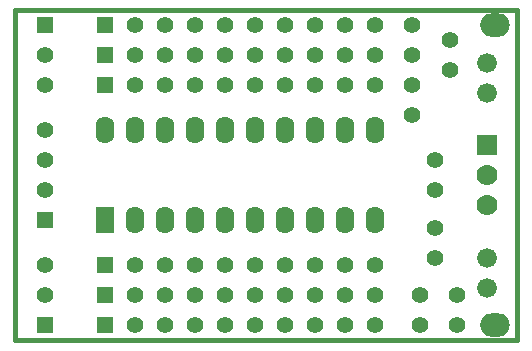
<source format=gts>
G04 (created by PCBNEW-RS274X (2012-01-19 BZR 3256)-stable) date 1/3/2013 12:28:32 AM*
G01*
G70*
G90*
%MOIN*%
G04 Gerber Fmt 3.4, Leading zero omitted, Abs format*
%FSLAX34Y34*%
G04 APERTURE LIST*
%ADD10C,0.005900*%
%ADD11C,0.015000*%
%ADD12C,0.066000*%
%ADD13R,0.070000X0.070000*%
%ADD14C,0.070000*%
%ADD15O,0.098400X0.078700*%
%ADD16R,0.055000X0.055000*%
%ADD17C,0.055000*%
%ADD18R,0.062000X0.090000*%
%ADD19O,0.062000X0.090000*%
G04 APERTURE END LIST*
G54D10*
G54D11*
X23000Y-21500D02*
X39750Y-21500D01*
X39750Y-21500D02*
X39750Y-32500D01*
X23000Y-32500D02*
X23000Y-21500D01*
X39750Y-32500D02*
X23000Y-32500D01*
G54D12*
X38750Y-23250D03*
X38750Y-24250D03*
X38750Y-30750D03*
X38750Y-29750D03*
G54D13*
X38750Y-26000D03*
G54D14*
X38750Y-27000D03*
X38750Y-28000D03*
G54D15*
X39000Y-32000D03*
X39000Y-22000D03*
G54D16*
X24000Y-28500D03*
G54D17*
X24000Y-27500D03*
X24000Y-26500D03*
X24000Y-25500D03*
G54D16*
X24000Y-22000D03*
G54D17*
X24000Y-23000D03*
X24000Y-24000D03*
G54D16*
X24000Y-32000D03*
G54D17*
X24000Y-31000D03*
X24000Y-30000D03*
G54D16*
X26000Y-30000D03*
G54D17*
X27000Y-30000D03*
X28000Y-30000D03*
X29000Y-30000D03*
X30000Y-30000D03*
X31000Y-30000D03*
X32000Y-30000D03*
X33000Y-30000D03*
X34000Y-30000D03*
X35000Y-30000D03*
G54D16*
X26000Y-24000D03*
G54D17*
X27000Y-24000D03*
X28000Y-24000D03*
X29000Y-24000D03*
X30000Y-24000D03*
X31000Y-24000D03*
X32000Y-24000D03*
X33000Y-24000D03*
X34000Y-24000D03*
X35000Y-24000D03*
G54D16*
X26000Y-23000D03*
G54D17*
X27000Y-23000D03*
X28000Y-23000D03*
X29000Y-23000D03*
X30000Y-23000D03*
X31000Y-23000D03*
X32000Y-23000D03*
X33000Y-23000D03*
X34000Y-23000D03*
X35000Y-23000D03*
G54D16*
X26000Y-31000D03*
G54D17*
X27000Y-31000D03*
X28000Y-31000D03*
X29000Y-31000D03*
X30000Y-31000D03*
X31000Y-31000D03*
X32000Y-31000D03*
X33000Y-31000D03*
X34000Y-31000D03*
X35000Y-31000D03*
G54D16*
X26000Y-32000D03*
G54D17*
X27000Y-32000D03*
X28000Y-32000D03*
X29000Y-32000D03*
X30000Y-32000D03*
X31000Y-32000D03*
X32000Y-32000D03*
X33000Y-32000D03*
X34000Y-32000D03*
X35000Y-32000D03*
G54D16*
X26000Y-22000D03*
G54D17*
X27000Y-22000D03*
X28000Y-22000D03*
X29000Y-22000D03*
X30000Y-22000D03*
X31000Y-22000D03*
X32000Y-22000D03*
X33000Y-22000D03*
X34000Y-22000D03*
X35000Y-22000D03*
G54D18*
X26000Y-28500D03*
G54D19*
X27000Y-28500D03*
X28000Y-28500D03*
X29000Y-28500D03*
X30000Y-28500D03*
X31000Y-28500D03*
X32000Y-28500D03*
X33000Y-28500D03*
X34000Y-28500D03*
X35000Y-28500D03*
X35000Y-25500D03*
X34000Y-25500D03*
X33000Y-25500D03*
X32000Y-25500D03*
X31000Y-25500D03*
X30000Y-25500D03*
X29000Y-25500D03*
X28000Y-25500D03*
X27000Y-25500D03*
X26000Y-25500D03*
G54D17*
X36250Y-25000D03*
X36250Y-24000D03*
X37750Y-32000D03*
X37750Y-31000D03*
X37000Y-28750D03*
X37000Y-29750D03*
X37000Y-26500D03*
X37000Y-27500D03*
X37500Y-22500D03*
X37500Y-23500D03*
X36500Y-31000D03*
X36500Y-32000D03*
X36250Y-23000D03*
X36250Y-22000D03*
M02*

</source>
